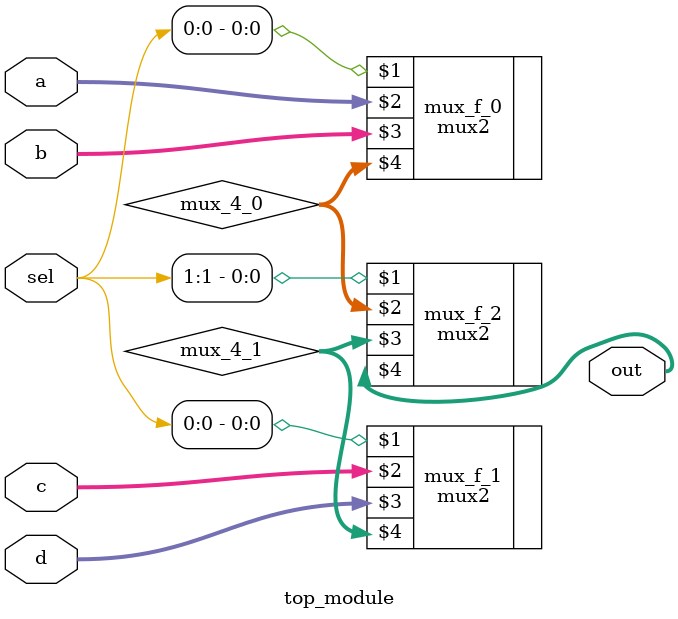
<source format=v>
module top_module (
    input [1:0] sel,
    input [7:0] a,
    input [7:0] b,
    input [7:0] c,
    input [7:0] d,
    output [7:0] out  ); //

    wire [7:0]mux_4_0, mux_4_1;
    mux2 mux_f_0 ( sel[0],    a,    b, mux_4_0 );
    mux2 mux_f_1 ( sel[0],    c,    d, mux_4_1 );
    mux2 mux_f_2 ( sel[1], mux_4_0, mux_4_1,  out );

endmodule

</source>
